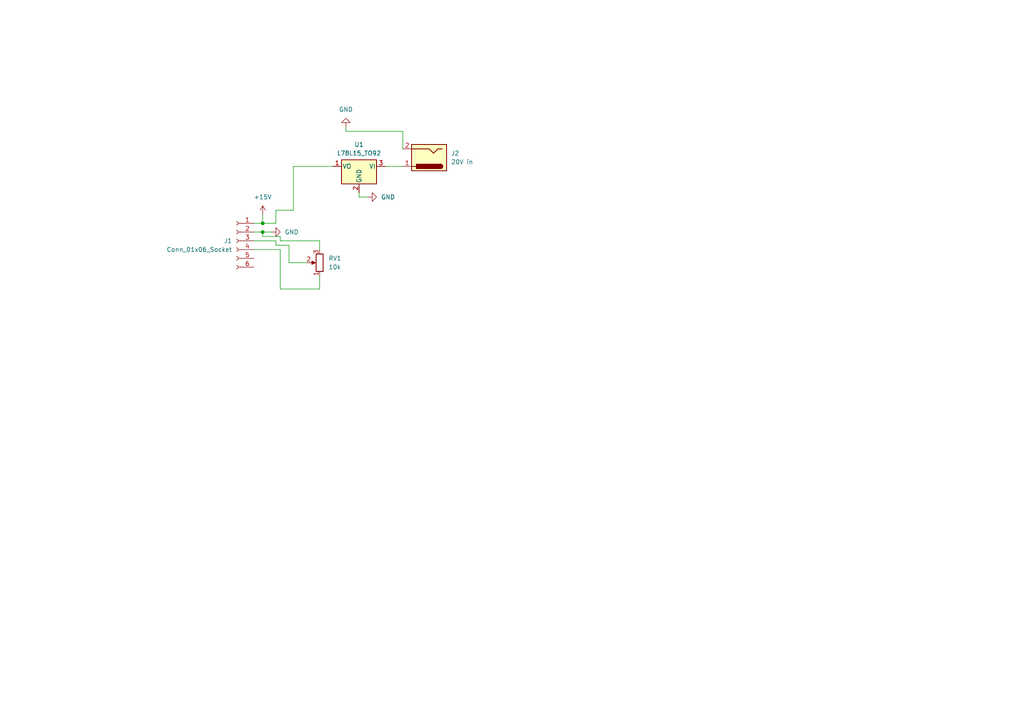
<source format=kicad_sch>
(kicad_sch (version 20230121) (generator eeschema)
  (paper "A4")
  (lib_symbols
    (symbol "Connector:Barrel_Jack" (pin_names (offset 1.016))
      (property "Reference" "J" (at 0 5.334 0))
      (property "Value" "Barrel_Jack" (at 0 -5.08 0))
      (symbol "Barrel_Jack_0_1"
        (rectangle (start -5.08 3.81) (end 5.08 -3.81) (stroke (width 0.254)) (fill (type background)))
        (arc (start -3.302 3.175) (mid -3.9343 2.54) (end -3.302 1.905) (stroke (width 0.254)))
        (arc (start -3.302 3.175) (mid -3.9343 2.54) (end -3.302 1.905) (stroke (width 0.254)) (fill (type outline)))
        (polyline (pts (xy 5.08 2.54) (xy 3.81 2.54)) (stroke (width 0.254)))
        (polyline (pts (xy -3.81 -2.54) (xy -2.54 -2.54) (xy -1.27 -1.27) (xy 0 -2.54) (xy 2.54 -2.54) (xy 5.08 -2.54)) (stroke (width 0.254)))
        (rectangle (start 3.683 3.175) (end -3.302 1.905) (stroke (width 0.254)) (fill (type outline)))
      )
      (symbol "Barrel_Jack_1_1"
        (pin passive line (at 7.62 2.54 180) (length 2.54) (name "~") (number "1"))
        (pin passive line (at 7.62 -2.54 180) (length 2.54) (name "~") (number "2"))
      )
    )
    (symbol "Connector:Conn_01x06_Socket" (pin_names (offset 1.016) hide)
      (property "Reference" "J" (at 0 7.62 0))
      (property "Value" "Conn_01x06_Socket" (at 0 -10.16 0))
      (symbol "Conn_01x06_Socket_1_1"
        (arc (start 0 -7.112) (mid -0.5058 -7.62) (end 0 -8.128) (stroke (width 0.1524)))
        (arc (start 0 -4.572) (mid -0.5058 -5.08) (end 0 -5.588) (stroke (width 0.1524)))
        (arc (start 0 -2.032) (mid -0.5058 -2.54) (end 0 -3.048) (stroke (width 0.1524)))
        (polyline (pts (xy -1.27 -7.62) (xy -0.508 -7.62)) (stroke (width 0.1524)))
        (polyline (pts (xy -1.27 -5.08) (xy -0.508 -5.08)) (stroke (width 0.1524)))
        (polyline (pts (xy -1.27 -2.54) (xy -0.508 -2.54)) (stroke (width 0.1524)))
        (polyline (pts (xy -1.27 0) (xy -0.508 0)) (stroke (width 0.1524)))
        (polyline (pts (xy -1.27 2.54) (xy -0.508 2.54)) (stroke (width 0.1524)))
        (polyline (pts (xy -1.27 5.08) (xy -0.508 5.08)) (stroke (width 0.1524)))
        (arc (start 0 0.508) (mid -0.5058 0) (end 0 -0.508) (stroke (width 0.1524)))
        (arc (start 0 3.048) (mid -0.5058 2.54) (end 0 2.032) (stroke (width 0.1524)))
        (arc (start 0 5.588) (mid -0.5058 5.08) (end 0 4.572) (stroke (width 0.1524)))
        (pin passive line (at -5.08 5.08 0) (length 3.81) (name "Pin_1") (number "1"))
        (pin passive line (at -5.08 2.54 0) (length 3.81) (name "Pin_2") (number "2"))
        (pin passive line (at -5.08 0 0) (length 3.81) (name "Pin_3") (number "3"))
        (pin passive line (at -5.08 -2.54 0) (length 3.81) (name "Pin_4") (number "4"))
        (pin passive line (at -5.08 -5.08 0) (length 3.81) (name "Pin_5") (number "5"))
        (pin passive line (at -5.08 -7.62 0) (length 3.81) (name "Pin_6") (number "6"))
      )
    )
    (symbol "Device:R_Potentiometer" (pin_names (offset 1.016) hide)
      (property "Reference" "RV" (at -4.445 0 90))
      (property "Value" "R_Potentiometer" (at -2.54 0 90))
      (symbol "R_Potentiometer_0_1"
        (polyline (pts (xy 2.54 0) (xy 1.524 0)))
        (polyline (pts (xy 1.143 0) (xy 2.286 0.508) (xy 2.286 -0.508) (xy 1.143 0)) (fill (type outline)))
        (rectangle (start 1.016 2.54) (end -1.016 -2.54) (stroke (width 0.254)))
      )
      (symbol "R_Potentiometer_1_1"
        (pin passive line (at 0 3.81 270) (length 1.27) (name "1") (number "1"))
        (pin passive line (at 3.81 0 180) (length 1.27) (name "2") (number "2"))
        (pin passive line (at 0 -3.81 90) (length 1.27) (name "3") (number "3"))
      )
    )
    (symbol "Regulator_Linear:L78L15_TO92" (pin_names (offset 0.254))
      (property "Reference" "U" (at -3.81 3.175 0))
      (property "Value" "L78L15_TO92" (at 0 3.175 0))
      (symbol "L78L15_TO92_0_1"
        (rectangle (start -5.08 -5.08) (end 5.08 1.905) (stroke (width 0.254)) (fill (type background)))
      )
      (symbol "L78L15_TO92_1_1"
        (pin power_out line (at 7.62 0 180) (length 2.54) (name "VO") (number "1"))
        (pin power_in line (at 0 -7.62 90) (length 2.54) (name "GND") (number "2"))
        (pin power_in line (at -7.62 0 0) (length 2.54) (name "VI") (number "3"))
      )
    )
    (symbol "power:+15V" (power) (pin_names (offset 0))
      (property "Value" "+15V" (at 0 3.556 0))
      (symbol "+15V_0_1"
        (polyline (pts (xy -0.762 1.27) (xy 0 2.54)))
        (polyline (pts (xy 0 0) (xy 0 2.54)))
        (polyline (pts (xy 0 2.54) (xy 0.762 1.27)))
      )
      (symbol "+15V_1_1"
        (pin power_in line (at 0 0 90) (length 0) hide (name "+15V") (number "1"))
      )
    )
    (symbol "power:GND" (power) (pin_names (offset 0))
      (property "Value" "GND" (at 0 -3.81 0))
      (symbol "GND_0_1"
        (polyline (pts (xy 0 0) (xy 0 -1.27) (xy 1.27 -1.27) (xy 0 -2.54) (xy -1.27 -1.27) (xy 0 -1.27)))
      )
      (symbol "GND_1_1"
        (pin power_in line (at 0 0 270) (length 0) hide (name "GND") (number "1"))
      )
    )
  )
  (junction (at 76.2 67.31))
  (junction (at 76.2 64.77))
  (wire (pts (xy 80.01 64.77) (xy 76.2 64.77)))
  (wire (pts (xy 80.01 69.85) (xy 73.66 69.85)))
  (wire (pts (xy 100.33 38.1) (xy 116.84 38.1)))
  (wire (pts (xy 96.52 48.26) (xy 85.09 48.26)))
  (wire (pts (xy 81.28 83.82) (xy 92.71 83.82)))
  (wire (pts (xy 76.2 68.58) (xy 81.28 68.58)))
  (wire (pts (xy 81.28 72.39) (xy 81.28 83.82)))
  (wire (pts (xy 104.14 57.15) (xy 104.14 55.88)))
  (wire (pts (xy 83.82 76.2) (xy 83.82 71.12)))
  (wire (pts (xy 92.71 72.39) (xy 92.71 69.85)))
  (wire (pts (xy 83.82 71.12) (xy 80.01 71.12)))
  (wire (pts (xy 111.76 48.26) (xy 116.84 48.26)))
  (wire (pts (xy 73.66 67.31) (xy 76.2 67.31)))
  (wire (pts (xy 80.01 60.96) (xy 80.01 64.77)))
  (wire (pts (xy 106.68 57.15) (xy 104.14 57.15)))
  (wire (pts (xy 76.2 62.23) (xy 76.2 64.77)))
  (wire (pts (xy 76.2 68.58) (xy 76.2 67.31)))
  (wire (pts (xy 85.09 48.26) (xy 85.09 60.96)))
  (wire (pts (xy 100.33 36.83) (xy 100.33 38.1)))
  (wire (pts (xy 76.2 67.31) (xy 78.74 67.31)))
  (wire (pts (xy 73.66 72.39) (xy 81.28 72.39)))
  (wire (pts (xy 88.9 76.2) (xy 83.82 76.2)))
  (wire (pts (xy 76.2 64.77) (xy 73.66 64.77)))
  (wire (pts (xy 80.01 60.96) (xy 85.09 60.96)))
  (wire (pts (xy 80.01 71.12) (xy 80.01 69.85)))
  (wire (pts (xy 92.71 69.85) (xy 81.28 69.85)))
  (wire (pts (xy 116.84 43.18) (xy 116.84 38.1)))
  (wire (pts (xy 92.71 83.82) (xy 92.71 80.01)))
  (wire (pts (xy 81.28 69.85) (xy 81.28 68.58)))
  (symbol (lib_id "Device:R_Potentiometer") (at 92.71 76.2 180) (unit 1)
    (property "Reference" "RV1" (at 95.25 74.93 0) (effects (justify right)))
    (property "Value" "10k" (at 95.25 77.47 0) (effects (justify right)))
  )
  (symbol (lib_id "power:+15V") (at 76.2 62.23 0) (unit 1)
    (property "Reference" "#PWR01" (effects hide))
    (property "Value" "+15V" (at 76.2 57.15 0))
  )
  (symbol (lib_id "Regulator_Linear:L78L15_TO92") (at 104.14 48.26 0) (mirror y) (unit 1)
    (property "Reference" "U1" (at 104.14 41.91 0))
    (property "Value" "L78L15_TO92" (at 104.14 44.45 0))
    (property "Footprint" "Package_TO_SOT_THT:TO-92_Inline" (effects hide))
    (property "Datasheet" "http://www.st.com/content/ccc/resource/technical/document/datasheet/15/55/e5/aa/23/5b/43/fd/CD00000446.pdf/files/CD00000446.pdf/jcr:content/translations/en.CD00000446.pdf" (effects hide))
  )
  (symbol (lib_id "power:GND") (at 100.33 36.83 180) (unit 1)
    (property "Reference" "#PWR04" (effects hide))
    (property "Value" "GND" (at 100.33 31.75 0))
  )
  (symbol (lib_id "power:GND") (at 78.74 67.31 90) (unit 1)
    (property "Reference" "#PWR02" (effects hide))
    (property "Value" "GND" (at 82.55 67.31 90) (effects (justify right)))
  )
  (symbol (lib_id "power:GND") (at 106.68 57.15 90) (unit 1)
    (property "Reference" "#PWR03" (effects hide))
    (property "Value" "GND" (at 110.49 57.15 90) (effects (justify right)))
  )
  (symbol (lib_id "Connector:Conn_01x06_Socket") (at 68.58 69.85 0) (mirror y) (unit 1)
    (property "Reference" "J1" (at 67.31 69.85 0) (effects (justify left)))
    (property "Value" "Conn_01x06_Socket" (at 67.31 72.39 0) (effects (justify left)))
  )
  (symbol (lib_id "Connector:Barrel_Jack") (at 124.46 45.72 180) (unit 1)
    (property "Reference" "J2" (at 130.81 44.45 0) (effects (justify right)))
    (property "Value" "20V in" (at 130.81 46.99 0) (effects (justify right)))
  )
)
</source>
